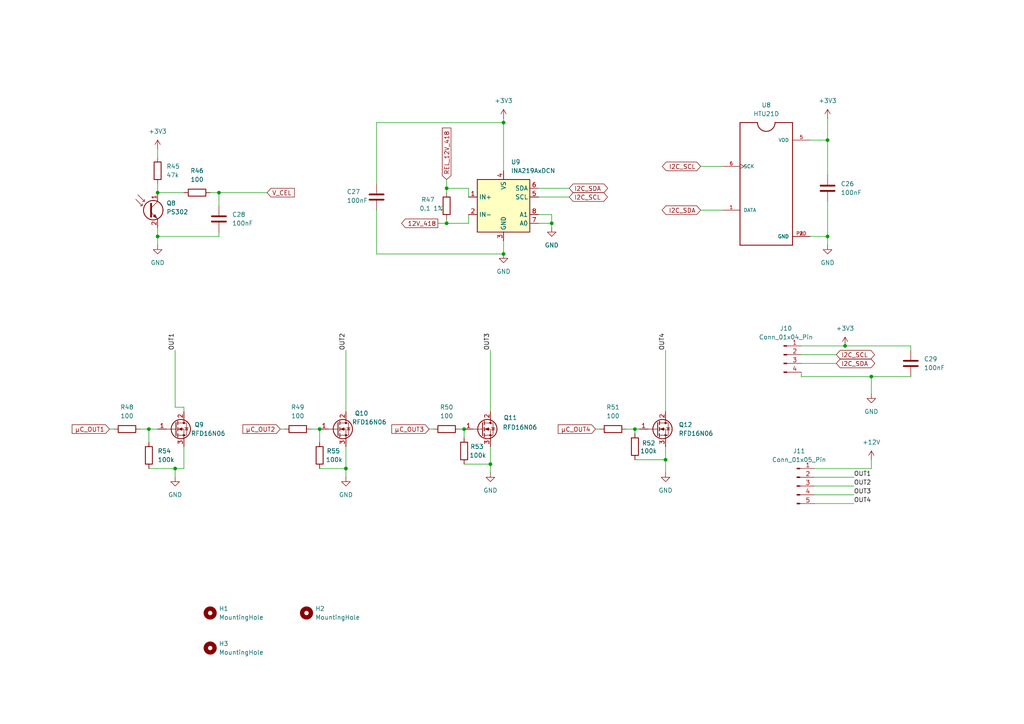
<source format=kicad_sch>
(kicad_sch (version 20250114) (generator "eeschema") (generator_version "9.0")
  (paper "A4")
  (title_block (title "Capteurs et autres sorties") (date "2025-07-26") (rev "V2") (company "TTS") (comment 1 "EP"))
  (lib_symbols
    (symbol "Connector:Conn_01x04_Pin" (pin_names (offset 1.016) (hide yes))
      (property "Reference" "J" (at 0 5.08 0))
      (property "Value" "Conn_01x04_Pin" (at 0 -7.62 0))
      (symbol "Conn_01x04_Pin_1_1"
        (rectangle (start 0.8636 2.667) (end 0 2.413) (stroke (width 0.1524)) (fill (type outline)))
        (rectangle (start 0.8636 0.127) (end 0 -0.127) (stroke (width 0.1524)) (fill (type outline)))
        (rectangle (start 0.8636 -2.413) (end 0 -2.667) (stroke (width 0.1524)) (fill (type outline)))
        (rectangle (start 0.8636 -4.953) (end 0 -5.207) (stroke (width 0.1524)) (fill (type outline)))
        (polyline (pts (xy 1.27 2.54) (xy 0.8636 2.54)) (stroke (width 0.1524)))
        (polyline (pts (xy 1.27 0) (xy 0.8636 0)) (stroke (width 0.1524)))
        (polyline (pts (xy 1.27 -2.54) (xy 0.8636 -2.54)) (stroke (width 0.1524)))
        (polyline (pts (xy 1.27 -5.08) (xy 0.8636 -5.08)) (stroke (width 0.1524)))
        (pin passive line (at 5.08 2.54 180) (length 3.81) (name "Pin_1") (number "1"))
        (pin passive line (at 5.08 0 180) (length 3.81) (name "Pin_2") (number "2"))
        (pin passive line (at 5.08 -2.54 180) (length 3.81) (name "Pin_3") (number "3"))
        (pin passive line (at 5.08 -5.08 180) (length 3.81) (name "Pin_4") (number "4"))
      )
    )
    (symbol "Connector:Conn_01x05_Pin" (pin_names (offset 1.016) (hide yes))
      (property "Reference" "J" (at 0 7.62 0))
      (property "Value" "Conn_01x05_Pin" (at 0 -7.62 0))
      (symbol "Conn_01x05_Pin_1_1"
        (rectangle (start 0.8636 5.207) (end 0 4.953) (stroke (width 0.1524)) (fill (type outline)))
        (rectangle (start 0.8636 2.667) (end 0 2.413) (stroke (width 0.1524)) (fill (type outline)))
        (rectangle (start 0.8636 0.127) (end 0 -0.127) (stroke (width 0.1524)) (fill (type outline)))
        (rectangle (start 0.8636 -2.413) (end 0 -2.667) (stroke (width 0.1524)) (fill (type outline)))
        (rectangle (start 0.8636 -4.953) (end 0 -5.207) (stroke (width 0.1524)) (fill (type outline)))
        (polyline (pts (xy 1.27 5.08) (xy 0.8636 5.08)) (stroke (width 0.1524)))
        (polyline (pts (xy 1.27 2.54) (xy 0.8636 2.54)) (stroke (width 0.1524)))
        (polyline (pts (xy 1.27 0) (xy 0.8636 0)) (stroke (width 0.1524)))
        (polyline (pts (xy 1.27 -2.54) (xy 0.8636 -2.54)) (stroke (width 0.1524)))
        (polyline (pts (xy 1.27 -5.08) (xy 0.8636 -5.08)) (stroke (width 0.1524)))
        (pin passive line (at 5.08 5.08 180) (length 3.81) (name "Pin_1") (number "1"))
        (pin passive line (at 5.08 2.54 180) (length 3.81) (name "Pin_2") (number "2"))
        (pin passive line (at 5.08 0 180) (length 3.81) (name "Pin_3") (number "3"))
        (pin passive line (at 5.08 -2.54 180) (length 3.81) (name "Pin_4") (number "4"))
        (pin passive line (at 5.08 -5.08 180) (length 3.81) (name "Pin_5") (number "5"))
      )
    )
    (symbol "Device:C" (pin_numbers (hide yes)) (pin_names (offset 0.254))
      (property "Reference" "C" (at 0.635 2.54 0))
      (property "Value" "C" (at 0.635 -2.54 0))
      (symbol "C_0_1"
        (polyline (pts (xy -2.032 0.762) (xy 2.032 0.762)) (stroke (width 0.508)))
        (polyline (pts (xy -2.032 -0.762) (xy 2.032 -0.762)) (stroke (width 0.508)))
      )
      (symbol "C_1_1"
        (pin passive line (at 0 3.81 270) (length 2.794) (name "~") (number "1"))
        (pin passive line (at 0 -3.81 90) (length 2.794) (name "~") (number "2"))
      )
    )
    (symbol "Device:R" (pin_numbers (hide yes)) (pin_names (offset 0))
      (property "Reference" "R" (at 2.032 0 90))
      (property "Value" "R" (at 0 0 90))
      (symbol "R_0_1"
        (rectangle (start -1.016 -2.54) (end 1.016 2.54) (stroke (width 0.254)))
      )
      (symbol "R_1_1"
        (pin passive line (at 0 3.81 270) (length 1.27) (name "~") (number "1"))
        (pin passive line (at 0 -3.81 90) (length 1.27) (name "~") (number "2"))
      )
    )
    (symbol "HTU21D:HTU21D" (pin_names (offset 1.016))
      (property "Reference" "U" (at -7.6294 20.3451 0))
      (property "Value" "HTU21D" (at -7.6333 -22.8998 0))
      (symbol "HTU21D_0_0"
        (polyline (pts (xy -7.62 17.78) (xy -2.54 17.78)) (stroke (width 0.254)))
        (polyline (pts (xy -7.62 -17.78) (xy -7.62 17.78)) (stroke (width 0.254)))
        (arc (start 2.54 17.78) (mid 0 15.251) (end -2.54 17.78) (stroke (width 0.254)))
        (polyline (pts (xy 2.54 17.78) (xy 7.62 17.78)) (stroke (width 0.254)))
        (polyline (pts (xy 7.62 17.78) (xy 7.62 -17.78)) (stroke (width 0.254)))
        (polyline (pts (xy 7.62 -17.78) (xy -7.62 -17.78)) (stroke (width 0.254)))
        (pin input clock (at -12.7 5.08 0) (length 5.08) (name "SCK") (number "6"))
        (pin bidirectional line (at -12.7 -7.62 0) (length 5.08) (name "DATA") (number "1"))
        (pin power_in line (at 12.7 12.7 180) (length 5.08) (name "VDD") (number "5"))
        (pin passive line (at 12.7 -15.24 180) (length 5.08) (name "GND") (number "2"))
        (pin passive line (at 12.7 -15.24 180) (length 5.08) (name "GND") (number "PAD"))
      )
    )
    (symbol "Mechanical:MountingHole" (pin_names (offset 1.016)) (in_bom no)
      (property "Reference" "H" (at 0 5.08 0))
      (property "Value" "MountingHole" (at 0 3.175 0))
      (symbol "MountingHole_0_1"
        (circle (center 0 0) (radius 1.27) (stroke (width 1.27)))
      )
    )
    (symbol "Sensor_Energy:INA219AxDCN"
      (property "Reference" "U" (at -6.35 8.89 0))
      (property "Value" "INA219AxDCN" (at 6.35 8.89 0))
      (symbol "INA219AxDCN_0_1"
        (rectangle (start -7.62 7.62) (end 7.62 -7.62) (stroke (width 0.254)) (fill (type background)))
      )
      (symbol "INA219AxDCN_1_1"
        (pin input line (at -10.16 2.54 0) (length 2.54) (name "IN+") (number "1"))
        (pin input line (at -10.16 -2.54 0) (length 2.54) (name "IN-") (number "2"))
        (pin power_in line (at 0 10.16 270) (length 2.54) (name "VS") (number "4"))
        (pin power_in line (at 0 -10.16 90) (length 2.54) (name "GND") (number "3"))
        (pin bidirectional line (at 10.16 5.08 180) (length 2.54) (name "SDA") (number "6"))
        (pin input line (at 10.16 2.54 180) (length 2.54) (name "SCL") (number "5"))
        (pin input line (at 10.16 -2.54 180) (length 2.54) (name "A1") (number "8"))
        (pin input line (at 10.16 -5.08 180) (length 2.54) (name "A0") (number "7"))
      )
    )
    (symbol "Sensor_Optical:BPW40" (pin_names (offset 0) (hide yes))
      (property "Reference" "Q" (at 5.08 1.27 0))
      (property "Value" "BPW40" (at 5.08 -1.27 0))
      (symbol "BPW40_0_1"
        (polyline (pts (xy -3.81 3.175) (xy -1.905 1.27) (xy -1.905 1.905)))
        (polyline (pts (xy -3.175 4.445) (xy -1.27 2.54) (xy -1.27 3.175)))
        (polyline (pts (xy -1.905 1.27) (xy -2.54 1.27)))
        (polyline (pts (xy -1.27 2.54) (xy -1.905 2.54)))
        (polyline (pts (xy 0.635 1.905) (xy 0.635 -1.905) (xy 0.635 -1.905)) (stroke (width 0.508)))
        (polyline (pts (xy 0.635 0.635) (xy 2.54 2.54)))
        (polyline (pts (xy 0.635 -0.635) (xy 2.54 -2.54) (xy 2.54 -2.54)))
        (circle (center 1.27 0) (radius 2.8194) (stroke (width 0.254)))
        (polyline (pts (xy 1.27 -1.778) (xy 1.778 -1.27) (xy 2.286 -2.286) (xy 1.27 -1.778) (xy 1.27 -1.778)) (fill (type outline)))
      )
      (symbol "BPW40_1_1"
        (pin passive line (at 2.54 5.08 270) (length 2.54) (name "C") (number "1"))
        (pin passive line (at 2.54 -5.08 90) (length 2.54) (name "E") (number "2"))
      )
    )
    (symbol "Transistor_FET:IRLZ44N" (pin_names (hide yes))
      (property "Reference" "Q" (at 5.08 1.905 0))
      (property "Value" "IRLZ44N" (at 5.08 0 0))
      (symbol "IRLZ44N_0_1"
        (polyline (pts (xy 0.254 1.905) (xy 0.254 -1.905)) (stroke (width 0.254)))
        (polyline (pts (xy 0.254 0) (xy -2.54 0)))
        (polyline (pts (xy 0.762 2.286) (xy 0.762 1.27)) (stroke (width 0.254)))
        (polyline (pts (xy 0.762 0.508) (xy 0.762 -0.508)) (stroke (width 0.254)))
        (polyline (pts (xy 0.762 -1.27) (xy 0.762 -2.286)) (stroke (width 0.254)))
        (polyline (pts (xy 0.762 -1.778) (xy 3.302 -1.778) (xy 3.302 1.778) (xy 0.762 1.778)))
        (polyline (pts (xy 1.016 0) (xy 2.032 0.381) (xy 2.032 -0.381) (xy 1.016 0)) (fill (type outline)))
        (circle (center 1.651 0) (radius 2.794) (stroke (width 0.254)))
        (polyline (pts (xy 2.54 2.54) (xy 2.54 1.778)))
        (circle (center 2.54 1.778) (radius 0.254) (fill (type outline)))
        (circle (center 2.54 -1.778) (radius 0.254) (fill (type outline)))
        (polyline (pts (xy 2.54 -2.54) (xy 2.54 0) (xy 0.762 0)))
        (polyline (pts (xy 2.794 0.508) (xy 2.921 0.381) (xy 3.683 0.381) (xy 3.81 0.254)))
        (polyline (pts (xy 3.302 0.381) (xy 2.921 -0.254) (xy 3.683 -0.254) (xy 3.302 0.381)))
      )
      (symbol "IRLZ44N_1_1"
        (pin input line (at -5.08 0 0) (length 2.54) (name "G") (number "1"))
        (pin passive line (at 2.54 5.08 270) (length 2.54) (name "D") (number "2"))
        (pin passive line (at 2.54 -5.08 90) (length 2.54) (name "S") (number "3"))
      )
    )
    (symbol "power:+12V" (power) (pin_numbers (hide yes)) (pin_names (offset 0) (hide yes))
      (property "Value" "+12V" (at 0 3.556 0))
      (symbol "+12V_0_1"
        (polyline (pts (xy -0.762 1.27) (xy 0 2.54)))
        (polyline (pts (xy 0 2.54) (xy 0.762 1.27)))
        (polyline (pts (xy 0 0) (xy 0 2.54)))
      )
      (symbol "+12V_1_1"
        (pin power_in line (at 0 0 90) (length 0) (name "~") (number "1"))
      )
    )
    (symbol "power:+3V3" (power) (pin_numbers (hide yes)) (pin_names (offset 0) (hide yes))
      (property "Value" "+3V3" (at 0 3.556 0))
      (symbol "+3V3_0_1"
        (polyline (pts (xy -0.762 1.27) (xy 0 2.54)))
        (polyline (pts (xy 0 2.54) (xy 0.762 1.27)))
        (polyline (pts (xy 0 0) (xy 0 2.54)))
      )
      (symbol "+3V3_1_1"
        (pin power_in line (at 0 0 90) (length 0) (name "~") (number "1"))
      )
    )
    (symbol "power:GND" (power) (pin_numbers (hide yes)) (pin_names (offset 0) (hide yes))
      (property "Value" "GND" (at 0 -3.81 0))
      (symbol "GND_0_1"
        (polyline (pts (xy 0 0) (xy 0 -1.27) (xy 1.27 -1.27) (xy 0 -2.54) (xy -1.27 -1.27) (xy 0 -1.27)))
      )
      (symbol "GND_1_1"
        (pin power_in line (at 0 0 270) (length 0) (name "~") (number "1"))
      )
    )
  )
  (junction (at 240.03 40.64))
  (junction (at 146.05 73.66))
  (junction (at 129.54 64.77))
  (junction (at 134.62 124.46))
  (junction (at 245.11 100.33))
  (junction (at 146.05 35.56))
  (junction (at 43.18 124.46))
  (junction (at 184.15 124.46))
  (junction (at 240.03 68.58))
  (junction (at 45.72 68.58))
  (junction (at 160.02 64.77))
  (junction (at 142.24 134.62))
  (junction (at 129.54 54.61))
  (junction (at 100.33 135.89))
  (junction (at 252.73 109.22))
  (junction (at 50.8 135.89))
  (junction (at 63.5 55.88))
  (junction (at 92.71 124.46))
  (junction (at 45.72 55.88))
  (junction (at 193.04 133.35))
  (wire (pts (xy 63.5 55.88) (xy 77.47 55.88)))
  (wire (pts (xy 240.03 40.64) (xy 240.03 50.8)))
  (wire (pts (xy 232.41 105.41) (xy 242.57 105.41)))
  (wire (pts (xy 146.05 34.29) (xy 146.05 35.56)))
  (wire (pts (xy 156.21 57.15) (xy 165.1 57.15)))
  (wire (pts (xy 100.33 129.54) (xy 100.33 135.89)))
  (wire (pts (xy 146.05 35.56) (xy 146.05 49.53)))
  (wire (pts (xy 160.02 62.23) (xy 160.02 64.77)))
  (wire (pts (xy 193.04 133.35) (xy 193.04 137.16)))
  (wire (pts (xy 135.89 57.15) (xy 135.89 54.61)))
  (wire (pts (xy 63.5 59.69) (xy 63.5 55.88)))
  (wire (pts (xy 142.24 129.54) (xy 142.24 134.62)))
  (wire (pts (xy 43.18 124.46) (xy 45.72 124.46)))
  (wire (pts (xy 43.18 124.46) (xy 43.18 128.27)))
  (wire (pts (xy 142.24 134.62) (xy 142.24 137.16)))
  (wire (pts (xy 184.15 133.35) (xy 193.04 133.35)))
  (wire (pts (xy 172.72 124.46) (xy 173.99 124.46)))
  (wire (pts (xy 236.22 138.43) (xy 247.65 138.43)))
  (wire (pts (xy 203.2 48.26) (xy 209.55 48.26)))
  (wire (pts (xy 135.89 62.23) (xy 135.89 64.77)))
  (wire (pts (xy 53.34 118.11) (xy 50.8 118.11)))
  (wire (pts (xy 135.89 64.77) (xy 129.54 64.77)))
  (wire (pts (xy 203.2 60.96) (xy 209.55 60.96)))
  (wire (pts (xy 45.72 53.34) (xy 45.72 55.88)))
  (wire (pts (xy 156.21 62.23) (xy 160.02 62.23)))
  (wire (pts (xy 133.35 124.46) (xy 134.62 124.46)))
  (wire (pts (xy 240.03 68.58) (xy 240.03 71.12)))
  (wire (pts (xy 109.22 35.56) (xy 146.05 35.56)))
  (wire (pts (xy 45.72 43.18) (xy 45.72 45.72)))
  (wire (pts (xy 240.03 58.42) (xy 240.03 68.58)))
  (wire (pts (xy 142.24 101.6) (xy 142.24 119.38)))
  (wire (pts (xy 129.54 54.61) (xy 129.54 55.88)))
  (wire (pts (xy 50.8 118.11) (xy 50.8 101.6)))
  (wire (pts (xy 236.22 140.97) (xy 247.65 140.97)))
  (wire (pts (xy 193.04 101.6) (xy 193.04 119.38)))
  (wire (pts (xy 232.41 100.33) (xy 245.11 100.33)))
  (wire (pts (xy 60.96 55.88) (xy 63.5 55.88)))
  (wire (pts (xy 109.22 53.34) (xy 109.22 35.56)))
  (wire (pts (xy 134.62 134.62) (xy 142.24 134.62)))
  (wire (pts (xy 92.71 124.46) (xy 92.71 128.27)))
  (wire (pts (xy 50.8 135.89) (xy 50.8 138.43)))
  (wire (pts (xy 124.46 124.46) (xy 125.73 124.46)))
  (wire (pts (xy 109.22 73.66) (xy 146.05 73.66)))
  (wire (pts (xy 100.33 101.6) (xy 100.33 119.38)))
  (wire (pts (xy 53.34 118.11) (xy 53.34 119.38)))
  (wire (pts (xy 43.18 135.89) (xy 50.8 135.89)))
  (wire (pts (xy 252.73 133.35) (xy 252.73 135.89)))
  (wire (pts (xy 90.17 124.46) (xy 92.71 124.46)))
  (wire (pts (xy 240.03 40.64) (xy 234.95 40.64)))
  (wire (pts (xy 100.33 135.89) (xy 100.33 138.43)))
  (wire (pts (xy 232.41 109.22) (xy 232.41 107.95)))
  (wire (pts (xy 45.72 55.88) (xy 53.34 55.88)))
  (wire (pts (xy 264.16 109.22) (xy 252.73 109.22)))
  (wire (pts (xy 135.89 54.61) (xy 129.54 54.61)))
  (wire (pts (xy 184.15 124.46) (xy 184.15 125.73)))
  (wire (pts (xy 181.61 124.46) (xy 184.15 124.46)))
  (wire (pts (xy 252.73 135.89) (xy 236.22 135.89)))
  (wire (pts (xy 184.15 124.46) (xy 185.42 124.46)))
  (wire (pts (xy 193.04 129.54) (xy 193.04 133.35)))
  (wire (pts (xy 81.28 124.46) (xy 82.55 124.46)))
  (wire (pts (xy 232.41 102.87) (xy 242.57 102.87)))
  (wire (pts (xy 156.21 54.61) (xy 165.1 54.61)))
  (wire (pts (xy 160.02 64.77) (xy 160.02 66.04)))
  (wire (pts (xy 146.05 69.85) (xy 146.05 73.66)))
  (wire (pts (xy 45.72 66.04) (xy 45.72 68.58)))
  (wire (pts (xy 31.75 124.46) (xy 33.02 124.46)))
  (wire (pts (xy 45.72 68.58) (xy 45.72 71.12)))
  (wire (pts (xy 234.95 68.58) (xy 240.03 68.58)))
  (wire (pts (xy 264.16 101.6) (xy 264.16 100.33)))
  (wire (pts (xy 240.03 34.29) (xy 240.03 40.64)))
  (wire (pts (xy 63.5 67.31) (xy 63.5 68.58)))
  (wire (pts (xy 252.73 109.22) (xy 252.73 114.3)))
  (wire (pts (xy 264.16 100.33) (xy 245.11 100.33)))
  (wire (pts (xy 236.22 143.51) (xy 247.65 143.51)))
  (wire (pts (xy 92.71 135.89) (xy 100.33 135.89)))
  (wire (pts (xy 63.5 68.58) (xy 45.72 68.58)))
  (wire (pts (xy 156.21 64.77) (xy 160.02 64.77)))
  (wire (pts (xy 129.54 64.77) (xy 129.54 63.5)))
  (wire (pts (xy 236.22 146.05) (xy 247.65 146.05)))
  (wire (pts (xy 129.54 52.07) (xy 129.54 54.61)))
  (wire (pts (xy 53.34 129.54) (xy 53.34 135.89)))
  (wire (pts (xy 134.62 124.46) (xy 134.62 127)))
  (wire (pts (xy 40.64 124.46) (xy 43.18 124.46)))
  (wire (pts (xy 252.73 109.22) (xy 232.41 109.22)))
  (wire (pts (xy 127 64.77) (xy 129.54 64.77)))
  (wire (pts (xy 109.22 60.96) (xy 109.22 73.66)))
  (wire (pts (xy 53.34 135.89) (xy 50.8 135.89)))
  (label "OUT3" (at 247.65 143.51 0))
  (label "OUT3" (at 142.24 101.6 90))
  (label "OUT2" (at 247.65 140.97 0))
  (label "OUT4" (at 193.04 101.6 90))
  (label "OUT4" (at 247.65 146.05 0))
  (label "OUT1" (at 50.8 101.6 90))
  (label "OUT2" (at 100.33 101.6 90))
  (label "OUT1" (at 247.65 138.43 0))
  (global_label "µC_OUT1" (shape input) (at 31.75 124.46 180) (property "Intersheetrefs" "${INTERSHEET_REFS}" (effects (hide yes))))
  (global_label "I2C_SCL" (shape bidirectional) (at 203.2 48.26 180) (property "Intersheetrefs" "${INTERSHEET_REFS}" (effects (hide yes))))
  (global_label "µC_OUT2" (shape input) (at 81.28 124.46 180) (property "Intersheetrefs" "${INTERSHEET_REFS}" (effects (hide yes))))
  (global_label "I2C_SCL" (shape bidirectional) (at 242.57 102.87 0) (property "Intersheetrefs" "${INTERSHEET_REFS}" (effects (hide yes))))
  (global_label "12V_418" (shape output) (at 127 64.77 180) (property "Intersheetrefs" "${INTERSHEET_REFS}" (effects (hide yes))))
  (global_label "I2C_SDA" (shape bidirectional) (at 242.57 105.41 0) (property "Intersheetrefs" "${INTERSHEET_REFS}" (effects (hide yes))))
  (global_label "I2C_SCL" (shape bidirectional) (at 165.1 57.15 0) (property "Intersheetrefs" "${INTERSHEET_REFS}" (effects (hide yes))))
  (global_label "µC_OUT3" (shape input) (at 124.46 124.46 180) (property "Intersheetrefs" "${INTERSHEET_REFS}" (effects (hide yes))))
  (global_label "I2C_SDA" (shape bidirectional) (at 203.2 60.96 180) (property "Intersheetrefs" "${INTERSHEET_REFS}" (effects (hide yes))))
  (global_label "I2C_SDA" (shape bidirectional) (at 165.1 54.61 0) (property "Intersheetrefs" "${INTERSHEET_REFS}" (effects (hide yes))))
  (global_label "REL_12V_418" (shape input) (at 129.54 52.07 90) (property "Intersheetrefs" "${INTERSHEET_REFS}" (effects (hide yes))))
  (global_label "V_CEL" (shape input) (at 77.47 55.88 0) (property "Intersheetrefs" "${INTERSHEET_REFS}" (effects (hide yes))))
  (global_label "µC_OUT4" (shape input) (at 172.72 124.46 180) (property "Intersheetrefs" "${INTERSHEET_REFS}" (effects (hide yes))))
  (symbol (lib_id "Sensor_Optical:BPW40") (at 43.18 60.96 0) (unit 1)
    (property "Reference" "Q8" (at 48.26 58.9406 0) (effects (justify left)))
    (property "Value" "PS302" (at 48.26 61.4806 0) (effects (justify left)))
    (property "Footprint" "LED_THT:LED_D5.0mm_Clear" (effects (hide yes)))
    (property "Datasheet" "https://www.rcscomponents.kiev.ua/datasheets/bpw40.pdf" (effects (hide yes)))
    (property "Description" "Phototransistor NPN" (effects (hide yes)))
  )
  (symbol (lib_id "power:+3V3") (at 45.72 43.18 0) (unit 1)
    (property "Reference" "#PWR057" (effects (hide yes)))
    (property "Value" "+3V3" (at 45.72 38.1 0))
    (property "Description" "Power symbol creates a global label with name \"+3V3\"" (effects (hide yes)))
  )
  (symbol (lib_id "power:+3V3") (at 245.11 100.33 0) (unit 1)
    (property "Reference" "#PWR062" (effects (hide yes)))
    (property "Value" "+3V3" (at 245.11 95.25 0))
    (property "Description" "Power symbol creates a global label with name \"+3V3\"" (effects (hide yes)))
  )
  (symbol (lib_id "Device:C") (at 240.03 54.61 0) (unit 1)
    (property "Reference" "C26" (at 243.84 53.3399 0) (effects (justify left)))
    (property "Value" "100nF" (at 243.84 55.8799 0) (effects (justify left)))
    (property "Footprint" "Capacitor_SMD:C_0805_2012Metric_Pad1.18x1.45mm_HandSolder" (effects (hide yes)))
    (property "Description" "Unpolarized capacitor" (effects (hide yes)))
  )
  (symbol (lib_id "Device:R") (at 86.36 124.46 90) (unit 1)
    (property "Reference" "R49" (at 86.36 118.11 90))
    (property "Value" "100" (at 86.36 120.65 90))
    (property "Footprint" "Resistor_SMD:R_0805_2012Metric_Pad1.20x1.40mm_HandSolder" (effects (hide yes)))
    (property "Description" "Resistor" (effects (hide yes)))
  )
  (symbol (lib_id "Sensor_Energy:INA219AxDCN") (at 146.05 59.69 0) (unit 1)
    (property "Reference" "U9" (at 148.1933 46.99 0) (effects (justify left)))
    (property "Value" "INA219AxDCN" (at 148.1933 49.53 0) (effects (justify left)))
    (property "Footprint" "Package_TO_SOT_SMD:SOT-23-8" (effects (hide yes)))
    (property "Datasheet" "http://www.ti.com/lit/ds/symlink/ina219.pdf" (effects (hide yes)))
    (property "Description" "Zero-Drift, Bidirectional Current/Power Monitor (0-26V) With I2C Interface, SOT-23-8" (effects (hide yes)))
  )
  (symbol (lib_id "Device:R") (at 184.15 129.54 0) (unit 1)
    (property "Reference" "R52" (at 186.182 128.524 0) (effects (justify left)))
    (property "Value" "100k" (at 185.674 130.81 0) (effects (justify left)))
    (property "Footprint" "Resistor_SMD:R_0805_2012Metric_Pad1.20x1.40mm_HandSolder" (effects (hide yes)))
    (property "Description" "Resistor" (effects (hide yes)))
  )
  (symbol (lib_id "power:GND") (at 142.24 137.16 0) (unit 1)
    (property "Reference" "#PWR065" (effects (hide yes)))
    (property "Value" "GND" (at 142.24 142.24 0))
    (property "Description" "Power symbol creates a global label with name \"GND\" , ground" (effects (hide yes)))
  )
  (symbol (lib_id "power:GND") (at 45.72 71.12 0) (unit 1)
    (property "Reference" "#PWR059" (effects (hide yes)))
    (property "Value" "GND" (at 45.72 76.2 0))
    (property "Description" "Power symbol creates a global label with name \"GND\" , ground" (effects (hide yes)))
  )
  (symbol (lib_id "Device:R") (at 129.54 59.69 180) (unit 1)
    (property "Reference" "R47" (at 122.174 57.912 0) (effects (justify right)))
    (property "Value" "0.1 1%" (at 121.666 60.452 0) (effects (justify right)))
    (property "Footprint" "Resistor_SMD:R_2512_6332Metric_Pad1.40x3.35mm_HandSolder" (effects (hide yes)))
    (property "Description" "Resistor" (effects (hide yes)))
  )
  (symbol (lib_id "power:GND") (at 252.73 114.3 0) (unit 1)
    (property "Reference" "#PWR063" (effects (hide yes)))
    (property "Value" "GND" (at 252.73 119.38 0))
    (property "Description" "Power symbol creates a global label with name \"GND\" , ground" (effects (hide yes)))
  )
  (symbol (lib_id "Device:R") (at 57.15 55.88 90) (unit 1)
    (property "Reference" "R46" (at 57.15 49.53 90))
    (property "Value" "100" (at 57.15 52.07 90))
    (property "Footprint" "Resistor_SMD:R_0805_2012Metric_Pad1.20x1.40mm_HandSolder" (effects (hide yes)))
    (property "Description" "Resistor" (effects (hide yes)))
  )
  (symbol (lib_id "Transistor_FET:IRLZ44N") (at 50.8 124.46 0) (unit 1)
    (property "Reference" "Q9" (at 56.388 123.19 0) (effects (justify left)))
    (property "Value" "RFD16N06" (at 55.372 125.73 0) (effects (justify left)))
    (property "Footprint" "Package_TO_SOT_SMD:TO-252-2" (effects (hide yes)))
    (property "Datasheet" "http://www.irf.com/product-info/datasheets/data/irlz44n.pdf" (effects (hide yes)))
    (property "Description" "47A Id, 55V Vds, 22mOhm Rds Single N-Channel HEXFET Power MOSFET, TO-220AB" (effects (hide yes)))
  )
  (symbol (lib_id "power:+3V3") (at 146.05 34.29 0) (unit 1)
    (property "Reference" "#PWR055" (effects (hide yes)))
    (property "Value" "+3V3" (at 146.05 29.21 0))
    (property "Description" "Power symbol creates a global label with name \"+3V3\"" (effects (hide yes)))
  )
  (symbol (lib_id "Connector:Conn_01x05_Pin") (at 231.14 140.97 0) (unit 1)
    (property "Reference" "J11" (at 231.775 130.81 0))
    (property "Value" "Conn_01x05_Pin" (at 231.775 133.35 0))
    (property "Footprint" "Connector_Phoenix_MC:PhoenixContact_MCV_1,5_5-G-3.81_1x05_P3.81mm_Vertical" (effects (hide yes)))
    (property "Description" "Generic connector, single row, 01x05, script generated" (effects (hide yes)))
  )
  (symbol (lib_id "HTU21D:HTU21D") (at 222.25 53.34 0) (unit 1)
    (property "Reference" "U8" (at 222.25 30.48 0))
    (property "Value" "HTU21D" (at 222.25 33.02 0))
    (property "Footprint" "HTU21D:QFN100P300X300X100-7N" (effects (hide yes)))
    (property "Comment" "CAT-HSC0004" (effects (hide yes)))
    (property "MF" "TE Connectivity" (effects (hide yes)))
    (property "Description_1" "HTU21D Humidity, Temperature Sensor Xplained Pro Platform Evaluation Expansion Board" (effects (hide yes)))
    (property "Package" "DFN-6 Measurement Specialties" (effects (hide yes)))
    (property "Price" "None" (effects (hide yes)))
    (property "Check_prices" "https://www.snapeda.com/parts/HTU21D/TE+Connectivity+ALCOSWITCH+Switches/view-part/?ref=eda" (effects (hide yes)))
    (property "SnapEDA_Link" "https://www.snapeda.com/parts/HTU21D/TE+Connectivity+ALCOSWITCH+Switches/view-part/?ref=snap" (effects (hide yes)))
    (property "MP" "HTU21D" (effects (hide yes)))
    (property "Availability" "Not in stock" (effects (hide yes)))
    (property "MANUFACTURER" "Measurement Specialties" (effects (hide yes)))
  )
  (symbol (lib_id "power:GND") (at 100.33 138.43 0) (unit 1)
    (property "Reference" "#PWR068" (effects (hide yes)))
    (property "Value" "GND" (at 100.33 143.51 0))
    (property "Description" "Power symbol creates a global label with name \"GND\" , ground" (effects (hide yes)))
  )
  (symbol (lib_id "Mechanical:MountingHole") (at 60.96 177.8 0) (unit 1) (in_bom no)
    (property "Reference" "H1" (at 63.5 176.5299 0) (effects (justify left)))
    (property "Value" "MountingHole" (at 63.5 179.0699 0) (effects (justify left)))
    (property "Footprint" "MountingHole:MountingHole_4.3mm_M4_Pad" (effects (hide yes)))
    (property "Description" "Mounting Hole without connection" (effects (hide yes)))
  )
  (symbol (lib_id "power:+12V") (at 252.73 133.35 0) (unit 1)
    (property "Reference" "#PWR064" (effects (hide yes)))
    (property "Value" "+12V" (at 252.73 128.27 0))
    (property "Description" "Power symbol creates a global label with name \"+12V\"" (effects (hide yes)))
  )
  (symbol (lib_id "Device:C") (at 264.16 105.41 0) (unit 1)
    (property "Reference" "C29" (at 267.97 104.1399 0) (effects (justify left)))
    (property "Value" "100nF" (at 267.97 106.6799 0) (effects (justify left)))
    (property "Footprint" "Capacitor_SMD:C_0805_2012Metric_Pad1.18x1.45mm_HandSolder" (effects (hide yes)))
    (property "Description" "Unpolarized capacitor" (effects (hide yes)))
  )
  (symbol (lib_id "power:GND") (at 146.05 73.66 0) (unit 1)
    (property "Reference" "#PWR061" (effects (hide yes)))
    (property "Value" "GND" (at 146.05 78.74 0))
    (property "Description" "Power symbol creates a global label with name \"GND\" , ground" (effects (hide yes)))
  )
  (symbol (lib_id "Device:R") (at 134.62 130.81 0) (unit 1)
    (property "Reference" "R53" (at 136.398 129.54 0) (effects (justify left)))
    (property "Value" "100k" (at 136.144 132.08 0) (effects (justify left)))
    (property "Footprint" "Resistor_SMD:R_0805_2012Metric_Pad1.20x1.40mm_HandSolder" (effects (hide yes)))
    (property "Description" "Resistor" (effects (hide yes)))
  )
  (symbol (lib_id "power:GND") (at 160.02 66.04 0) (unit 1)
    (property "Reference" "#PWR058" (effects (hide yes)))
    (property "Value" "GND" (at 160.02 71.12 0))
    (property "Description" "Power symbol creates a global label with name \"GND\" , ground" (effects (hide yes)))
  )
  (symbol (lib_id "Transistor_FET:IRLZ44N") (at 97.79 124.46 0) (unit 1)
    (property "Reference" "Q10" (at 102.87 119.888 0) (effects (justify left)))
    (property "Value" "RFD16N06" (at 102.108 122.428 0) (effects (justify left)))
    (property "Footprint" "Package_TO_SOT_SMD:TO-252-2" (effects (hide yes)))
    (property "Datasheet" "http://www.irf.com/product-info/datasheets/data/irlz44n.pdf" (effects (hide yes)))
    (property "Description" "47A Id, 55V Vds, 22mOhm Rds Single N-Channel HEXFET Power MOSFET, TO-220AB" (effects (hide yes)))
  )
  (symbol (lib_id "Device:C") (at 63.5 63.5 0) (unit 1)
    (property "Reference" "C28" (at 67.31 62.2299 0) (effects (justify left)))
    (property "Value" "100nF" (at 67.31 64.7699 0) (effects (justify left)))
    (property "Footprint" "Capacitor_SMD:C_0805_2012Metric_Pad1.18x1.45mm_HandSolder" (effects (hide yes)))
    (property "Description" "Unpolarized capacitor" (effects (hide yes)))
  )
  (symbol (lib_id "Mechanical:MountingHole") (at 60.96 187.96 0) (unit 1) (in_bom no)
    (property "Reference" "H3" (at 63.5 186.6899 0) (effects (justify left)))
    (property "Value" "MountingHole" (at 63.5 189.2299 0) (effects (justify left)))
    (property "Footprint" "MountingHole:MountingHole_4.3mm_M4_Pad" (effects (hide yes)))
    (property "Description" "Mounting Hole without connection" (effects (hide yes)))
  )
  (symbol (lib_id "power:GND") (at 50.8 138.43 0) (unit 1)
    (property "Reference" "#PWR067" (effects (hide yes)))
    (property "Value" "GND" (at 50.8 143.51 0))
    (property "Description" "Power symbol creates a global label with name \"GND\" , ground" (effects (hide yes)))
  )
  (symbol (lib_id "Connector:Conn_01x04_Pin") (at 227.33 102.87 0) (unit 1)
    (property "Reference" "J10" (at 227.965 95.25 0))
    (property "Value" "Conn_01x04_Pin" (at 227.965 97.79 0))
    (property "Footprint" "Connector:NS-Tech_Grove_1x04_P2mm_Vertical" (effects (hide yes)))
    (property "Description" "Generic connector, single row, 01x04, script generated" (effects (hide yes)))
  )
  (symbol (lib_id "power:GND") (at 240.03 71.12 0) (unit 1)
    (property "Reference" "#PWR060" (effects (hide yes)))
    (property "Value" "GND" (at 240.03 76.2 0))
    (property "Description" "Power symbol creates a global label with name \"GND\" , ground" (effects (hide yes)))
  )
  (symbol (lib_id "Mechanical:MountingHole") (at 88.9 177.8 0) (unit 1) (in_bom no)
    (property "Reference" "H2" (at 91.44 176.5299 0) (effects (justify left)))
    (property "Value" "MountingHole" (at 91.44 179.0699 0) (effects (justify left)))
    (property "Footprint" "MountingHole:MountingHole_4.3mm_M4_Pad" (effects (hide yes)))
    (property "Description" "Mounting Hole without connection" (effects (hide yes)))
  )
  (symbol (lib_id "Device:R") (at 129.54 124.46 90) (unit 1)
    (property "Reference" "R50" (at 129.54 118.11 90))
    (property "Value" "100" (at 129.54 120.65 90))
    (property "Footprint" "Resistor_SMD:R_0805_2012Metric_Pad1.20x1.40mm_HandSolder" (effects (hide yes)))
    (property "Description" "Resistor" (effects (hide yes)))
  )
  (symbol (lib_id "Device:R") (at 36.83 124.46 90) (unit 1)
    (property "Reference" "R48" (at 36.83 118.11 90))
    (property "Value" "100" (at 36.83 120.65 90))
    (property "Footprint" "Resistor_SMD:R_0805_2012Metric_Pad1.20x1.40mm_HandSolder" (effects (hide yes)))
    (property "Description" "Resistor" (effects (hide yes)))
  )
  (symbol (lib_id "power:+3V3") (at 240.03 34.29 0) (unit 1)
    (property "Reference" "#PWR056" (effects (hide yes)))
    (property "Value" "+3V3" (at 240.03 29.21 0))
    (property "Description" "Power symbol creates a global label with name \"+3V3\"" (effects (hide yes)))
  )
  (symbol (lib_id "Device:R") (at 177.8 124.46 90) (unit 1)
    (property "Reference" "R51" (at 177.8 118.11 90))
    (property "Value" "100" (at 177.8 120.65 90))
    (property "Footprint" "Resistor_SMD:R_0805_2012Metric_Pad1.20x1.40mm_HandSolder" (effects (hide yes)))
    (property "Description" "Resistor" (effects (hide yes)))
  )
  (symbol (lib_id "power:GND") (at 193.04 137.16 0) (unit 1)
    (property "Reference" "#PWR066" (effects (hide yes)))
    (property "Value" "GND" (at 193.04 142.24 0))
    (property "Description" "Power symbol creates a global label with name \"GND\" , ground" (effects (hide yes)))
  )
  (symbol (lib_id "Device:R") (at 45.72 49.53 0) (unit 1)
    (property "Reference" "R45" (at 48.26 48.2599 0) (effects (justify left)))
    (property "Value" "47k" (at 48.26 50.7999 0) (effects (justify left)))
    (property "Footprint" "Resistor_SMD:R_0805_2012Metric_Pad1.20x1.40mm_HandSolder" (effects (hide yes)))
    (property "Description" "Resistor" (effects (hide yes)))
  )
  (symbol (lib_id "Transistor_FET:IRLZ44N") (at 139.7 124.46 0) (unit 1)
    (property "Reference" "Q11" (at 146.05 121.158 0) (effects (justify left)))
    (property "Value" "RFD16N06" (at 145.796 123.952 0) (effects (justify left)))
    (property "Footprint" "Package_TO_SOT_SMD:TO-252-2" (effects (hide yes)))
    (property "Datasheet" "http://www.irf.com/product-info/datasheets/data/irlz44n.pdf" (effects (hide yes)))
    (property "Description" "47A Id, 55V Vds, 22mOhm Rds Single N-Channel HEXFET Power MOSFET, TO-220AB" (effects (hide yes)))
  )
  (symbol (lib_id "Device:R") (at 43.18 132.08 0) (unit 1)
    (property "Reference" "R54" (at 45.72 130.8099 0) (effects (justify left)))
    (property "Value" "100k" (at 45.72 133.3499 0) (effects (justify left)))
    (property "Footprint" "Resistor_SMD:R_0805_2012Metric_Pad1.20x1.40mm_HandSolder" (effects (hide yes)))
    (property "Description" "Resistor" (effects (hide yes)))
  )
  (symbol (lib_id "Device:C") (at 109.22 57.15 0) (unit 1)
    (property "Reference" "C27" (at 100.584 55.626 0) (effects (justify left)))
    (property "Value" "100nF" (at 100.584 58.166 0) (effects (justify left)))
    (property "Footprint" "Capacitor_SMD:C_0805_2012Metric_Pad1.18x1.45mm_HandSolder" (effects (hide yes)))
    (property "Description" "Unpolarized capacitor" (effects (hide yes)))
  )
  (symbol (lib_id "Device:R") (at 92.71 132.08 0) (unit 1)
    (property "Reference" "R55" (at 94.742 130.81 0) (effects (justify left)))
    (property "Value" "100k" (at 94.488 133.35 0) (effects (justify left)))
    (property "Footprint" "Resistor_SMD:R_0805_2012Metric_Pad1.20x1.40mm_HandSolder" (effects (hide yes)))
    (property "Description" "Resistor" (effects (hide yes)))
  )
  (symbol (lib_id "Transistor_FET:IRLZ44N") (at 190.5 124.46 0) (unit 1)
    (property "Reference" "Q12" (at 196.85 123.1899 0) (effects (justify left)))
    (property "Value" "RFD16N06" (at 196.85 125.7299 0) (effects (justify left)))
    (property "Footprint" "Package_TO_SOT_SMD:TO-252-2" (effects (hide yes)))
    (property "Datasheet" "http://www.irf.com/product-info/datasheets/data/irlz44n.pdf" (effects (hide yes)))
    (property "Description" "47A Id, 55V Vds, 22mOhm Rds Single N-Channel HEXFET Power MOSFET, TO-220AB" (effects (hide yes)))
  )
)
</source>
